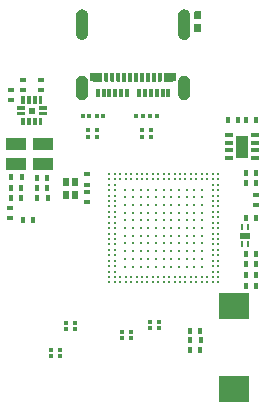
<source format=gtp>
G04*
G04 #@! TF.GenerationSoftware,Altium Limited,Altium Designer,21.2.1 (34)*
G04*
G04 Layer_Color=8421504*
%FSLAX25Y25*%
%MOIN*%
G70*
G04*
G04 #@! TF.SameCoordinates,309C0993-0839-4B3B-9E80-2D82E5661E4B*
G04*
G04*
G04 #@! TF.FilePolarity,Positive*
G04*
G01*
G75*
%ADD20R,0.01181X0.03150*%
%ADD21R,0.03937X0.02756*%
%ADD22R,0.01181X0.02756*%
%ADD23R,0.01968X0.01772*%
%ADD24R,0.01772X0.01968*%
%ADD25R,0.06693X0.03937*%
%ADD26C,0.00787*%
%ADD27R,0.02362X0.02874*%
%ADD28R,0.01575X0.01181*%
%ADD29R,0.01181X0.01575*%
%ADD30R,0.02559X0.01772*%
%ADD31R,0.04331X0.07480*%
%ADD32R,0.03386X0.01969*%
%ADD33R,0.01102X0.02303*%
%ADD34R,0.02126X0.02506*%
%ADD35R,0.10205X0.08691*%
G36*
X123163Y166534D02*
Y164256D01*
X123005Y164099D01*
X121195D01*
X121037Y164256D01*
Y166534D01*
X121195Y166691D01*
X123005D01*
X123163Y166534D01*
D02*
G37*
G36*
Y162382D02*
Y160105D01*
X123005Y159947D01*
X121195D01*
X121037Y160105D01*
Y162382D01*
X121195Y162540D01*
X123005D01*
X123163Y162382D01*
D02*
G37*
G36*
X117767Y167379D02*
X117864Y167369D01*
X117961Y167355D01*
X118058Y167335D01*
X118153Y167311D01*
X118246Y167282D01*
X118339Y167249D01*
X118429Y167211D01*
X118518Y167168D01*
X118604Y167121D01*
X118688Y167070D01*
X118769Y167015D01*
X118847Y166955D01*
X118922Y166892D01*
X118994Y166825D01*
X119063Y166755D01*
X119128Y166682D01*
X119189Y166605D01*
X119246Y166525D01*
X119299Y166443D01*
X119348Y166358D01*
X119393Y166270D01*
X119433Y166181D01*
X119469Y166090D01*
X119501Y165997D01*
X119527Y165902D01*
X119549Y165806D01*
X119566Y165710D01*
X119578Y165612D01*
X119586Y165514D01*
X119588Y165416D01*
Y159117D01*
X119586Y159019D01*
X119578Y158921D01*
X119566Y158824D01*
X119549Y158727D01*
X119527Y158631D01*
X119501Y158537D01*
X119469Y158444D01*
X119433Y158352D01*
X119393Y158263D01*
X119348Y158176D01*
X119299Y158091D01*
X119246Y158008D01*
X119189Y157929D01*
X119128Y157852D01*
X119063Y157778D01*
X118994Y157708D01*
X118922Y157641D01*
X118847Y157578D01*
X118769Y157519D01*
X118688Y157464D01*
X118604Y157412D01*
X118518Y157365D01*
X118429Y157323D01*
X118339Y157285D01*
X118246Y157251D01*
X118153Y157222D01*
X118058Y157198D01*
X117961Y157178D01*
X117864Y157164D01*
X117767Y157154D01*
X117669Y157149D01*
X117570D01*
X117473Y157154D01*
X117375Y157164D01*
X117278Y157178D01*
X117182Y157198D01*
X117087Y157222D01*
X116993Y157251D01*
X116900Y157285D01*
X116810Y157323D01*
X116721Y157365D01*
X116635Y157412D01*
X116552Y157464D01*
X116471Y157519D01*
X116392Y157578D01*
X116317Y157641D01*
X116245Y157708D01*
X116177Y157778D01*
X116112Y157852D01*
X116050Y157929D01*
X115993Y158008D01*
X115940Y158091D01*
X115891Y158176D01*
X115846Y158263D01*
X115806Y158352D01*
X115770Y158444D01*
X115739Y158537D01*
X115712Y158631D01*
X115690Y158727D01*
X115673Y158824D01*
X115661Y158921D01*
X115654Y159019D01*
X115651Y159117D01*
Y165416D01*
X115654Y165514D01*
X115661Y165612D01*
X115673Y165710D01*
X115690Y165806D01*
X115712Y165902D01*
X115739Y165997D01*
X115770Y166090D01*
X115806Y166181D01*
X115846Y166270D01*
X115891Y166358D01*
X115940Y166443D01*
X115993Y166525D01*
X116050Y166605D01*
X116112Y166682D01*
X116177Y166755D01*
X116245Y166825D01*
X116317Y166892D01*
X116392Y166955D01*
X116471Y167015D01*
X116552Y167070D01*
X116635Y167121D01*
X116721Y167168D01*
X116810Y167211D01*
X116900Y167249D01*
X116993Y167282D01*
X117087Y167311D01*
X117182Y167335D01*
X117278Y167355D01*
X117375Y167369D01*
X117473Y167379D01*
X117570Y167384D01*
X117669D01*
X117767Y167379D01*
D02*
G37*
G36*
X83751D02*
X83848Y167369D01*
X83945Y167355D01*
X84042Y167335D01*
X84137Y167311D01*
X84231Y167282D01*
X84323Y167249D01*
X84413Y167211D01*
X84502Y167168D01*
X84588Y167121D01*
X84672Y167070D01*
X84753Y167015D01*
X84831Y166955D01*
X84906Y166892D01*
X84978Y166825D01*
X85047Y166755D01*
X85112Y166682D01*
X85173Y166605D01*
X85230Y166525D01*
X85283Y166443D01*
X85332Y166358D01*
X85377Y166270D01*
X85417Y166181D01*
X85453Y166090D01*
X85485Y165997D01*
X85511Y165902D01*
X85533Y165806D01*
X85550Y165710D01*
X85562Y165612D01*
X85570Y165514D01*
X85572Y165416D01*
Y159117D01*
X85570Y159019D01*
X85562Y158921D01*
X85550Y158824D01*
X85533Y158727D01*
X85511Y158631D01*
X85485Y158537D01*
X85453Y158444D01*
X85417Y158352D01*
X85377Y158263D01*
X85332Y158176D01*
X85283Y158091D01*
X85230Y158008D01*
X85173Y157929D01*
X85112Y157852D01*
X85047Y157778D01*
X84978Y157708D01*
X84906Y157641D01*
X84831Y157578D01*
X84753Y157519D01*
X84672Y157464D01*
X84588Y157412D01*
X84502Y157365D01*
X84413Y157323D01*
X84323Y157285D01*
X84231Y157251D01*
X84137Y157222D01*
X84042Y157198D01*
X83945Y157178D01*
X83848Y157164D01*
X83751Y157154D01*
X83653Y157149D01*
X83555D01*
X83456Y157154D01*
X83359Y157164D01*
X83262Y157178D01*
X83166Y157198D01*
X83070Y157222D01*
X82977Y157251D01*
X82884Y157285D01*
X82794Y157323D01*
X82705Y157365D01*
X82619Y157412D01*
X82536Y157464D01*
X82455Y157519D01*
X82376Y157578D01*
X82301Y157641D01*
X82229Y157708D01*
X82161Y157778D01*
X82096Y157852D01*
X82034Y157929D01*
X81977Y158008D01*
X81924Y158091D01*
X81875Y158176D01*
X81830Y158263D01*
X81790Y158352D01*
X81754Y158444D01*
X81723Y158537D01*
X81696Y158631D01*
X81674Y158727D01*
X81657Y158824D01*
X81645Y158921D01*
X81638Y159019D01*
X81635Y159117D01*
Y165416D01*
X81638Y165514D01*
X81645Y165612D01*
X81657Y165710D01*
X81674Y165806D01*
X81696Y165902D01*
X81723Y165997D01*
X81754Y166090D01*
X81790Y166181D01*
X81830Y166270D01*
X81875Y166358D01*
X81924Y166443D01*
X81977Y166525D01*
X82034Y166605D01*
X82096Y166682D01*
X82161Y166755D01*
X82229Y166825D01*
X82301Y166892D01*
X82376Y166955D01*
X82455Y167015D01*
X82536Y167070D01*
X82619Y167121D01*
X82705Y167168D01*
X82794Y167211D01*
X82884Y167249D01*
X82977Y167282D01*
X83070Y167311D01*
X83166Y167335D01*
X83262Y167355D01*
X83359Y167369D01*
X83456Y167379D01*
X83555Y167384D01*
X83653D01*
X83751Y167379D01*
D02*
G37*
G36*
X110060Y143291D02*
X108879D01*
Y146047D01*
X110060D01*
Y143291D01*
D02*
G37*
G36*
X108092D02*
X106911D01*
Y146047D01*
X108092D01*
Y143291D01*
D02*
G37*
G36*
X106123D02*
X104942D01*
Y146047D01*
X106123D01*
Y143291D01*
D02*
G37*
G36*
X104155D02*
X102973D01*
Y146047D01*
X104155D01*
Y143291D01*
D02*
G37*
G36*
X102186D02*
X101005D01*
Y146047D01*
X102186D01*
Y143291D01*
D02*
G37*
G36*
X100218D02*
X99037D01*
Y146047D01*
X100218D01*
Y143291D01*
D02*
G37*
G36*
X98249D02*
X97068D01*
Y146047D01*
X98249D01*
Y143291D01*
D02*
G37*
G36*
X96281D02*
X95100D01*
Y146047D01*
X96281D01*
Y143291D01*
D02*
G37*
G36*
X94312D02*
X93131D01*
Y146047D01*
X94312D01*
Y143291D01*
D02*
G37*
G36*
X92344D02*
X91163D01*
Y146047D01*
X92344D01*
Y143291D01*
D02*
G37*
G36*
X90375D02*
X87226D01*
Y146047D01*
X90375D01*
X90375Y143291D01*
D02*
G37*
G36*
X113997Y143291D02*
X110848D01*
Y146046D01*
X113997D01*
Y143291D01*
D02*
G37*
G36*
X107091Y138173D02*
X105910D01*
Y140928D01*
X107091D01*
Y138173D01*
D02*
G37*
G36*
X105123D02*
X103942D01*
Y140928D01*
X105123D01*
Y138173D01*
D02*
G37*
G36*
X99217D02*
X98036D01*
Y140928D01*
X99217D01*
Y138173D01*
D02*
G37*
G36*
X89391D02*
X88210D01*
Y140928D01*
X89391D01*
Y138173D01*
D02*
G37*
G36*
X97265Y138172D02*
X96084D01*
Y140928D01*
X97265D01*
Y138172D01*
D02*
G37*
G36*
X95296D02*
X94115D01*
Y140928D01*
X95296D01*
Y138172D01*
D02*
G37*
G36*
X93328D02*
X92147D01*
Y140928D01*
X93328D01*
Y138172D01*
D02*
G37*
G36*
X91359D02*
X90178D01*
Y140928D01*
X91359D01*
Y138172D01*
D02*
G37*
G36*
X113005Y138172D02*
X111824D01*
Y140928D01*
X113005D01*
Y138172D01*
D02*
G37*
G36*
X111036D02*
X109855D01*
Y140928D01*
X111036D01*
Y138172D01*
D02*
G37*
G36*
X109068D02*
X107887D01*
Y140928D01*
X109068D01*
Y138172D01*
D02*
G37*
G36*
X103170D02*
X101989D01*
Y140928D01*
X103170D01*
Y138172D01*
D02*
G37*
G36*
X117767Y145293D02*
X117864Y145283D01*
X117961Y145269D01*
X118058Y145249D01*
X118153Y145225D01*
X118246Y145196D01*
X118339Y145162D01*
X118429Y145124D01*
X118518Y145082D01*
X118604Y145035D01*
X118688Y144984D01*
X118769Y144928D01*
X118847Y144869D01*
X118922Y144806D01*
X118994Y144739D01*
X119063Y144669D01*
X119128Y144595D01*
X119189Y144519D01*
X119246Y144439D01*
X119299Y144357D01*
X119348Y144272D01*
X119393Y144184D01*
X119433Y144095D01*
X119469Y144003D01*
X119501Y143910D01*
X119527Y143816D01*
X119549Y143720D01*
X119566Y143623D01*
X119578Y143526D01*
X119586Y143428D01*
X119588Y143330D01*
Y138999D01*
X119586Y138901D01*
X119578Y138803D01*
X119566Y138706D01*
X119549Y138609D01*
X119527Y138514D01*
X119501Y138419D01*
X119469Y138326D01*
X119433Y138235D01*
X119393Y138145D01*
X119348Y138058D01*
X119299Y137973D01*
X119246Y137890D01*
X119189Y137811D01*
X119128Y137734D01*
X119063Y137660D01*
X118994Y137590D01*
X118922Y137523D01*
X118847Y137460D01*
X118769Y137401D01*
X118688Y137346D01*
X118604Y137294D01*
X118518Y137248D01*
X118429Y137205D01*
X118339Y137167D01*
X118246Y137133D01*
X118153Y137104D01*
X118058Y137080D01*
X117961Y137061D01*
X117864Y137046D01*
X117767Y137036D01*
X117669Y137031D01*
X117570D01*
X117473Y137036D01*
X117375Y137046D01*
X117278Y137061D01*
X117182Y137080D01*
X117087Y137104D01*
X116993Y137133D01*
X116900Y137167D01*
X116810Y137205D01*
X116721Y137248D01*
X116635Y137294D01*
X116552Y137346D01*
X116471Y137401D01*
X116392Y137460D01*
X116317Y137523D01*
X116245Y137590D01*
X116177Y137660D01*
X116112Y137734D01*
X116050Y137811D01*
X115993Y137890D01*
X115940Y137973D01*
X115891Y138058D01*
X115846Y138145D01*
X115806Y138235D01*
X115770Y138326D01*
X115739Y138419D01*
X115712Y138514D01*
X115690Y138609D01*
X115673Y138706D01*
X115661Y138803D01*
X115654Y138901D01*
X115651Y138999D01*
Y143330D01*
X115654Y143428D01*
X115661Y143526D01*
X115673Y143623D01*
X115690Y143720D01*
X115712Y143816D01*
X115739Y143910D01*
X115770Y144003D01*
X115806Y144095D01*
X115846Y144184D01*
X115891Y144272D01*
X115940Y144357D01*
X115993Y144439D01*
X116050Y144519D01*
X116112Y144595D01*
X116177Y144669D01*
X116245Y144739D01*
X116317Y144806D01*
X116392Y144869D01*
X116471Y144928D01*
X116552Y144984D01*
X116635Y145035D01*
X116721Y145082D01*
X116810Y145124D01*
X116900Y145162D01*
X116993Y145196D01*
X117087Y145225D01*
X117182Y145249D01*
X117278Y145269D01*
X117375Y145283D01*
X117473Y145293D01*
X117570Y145298D01*
X117669D01*
X117767Y145293D01*
D02*
G37*
G36*
X83751D02*
X83848Y145283D01*
X83945Y145269D01*
X84042Y145249D01*
X84137Y145225D01*
X84231Y145196D01*
X84323Y145162D01*
X84413Y145124D01*
X84502Y145082D01*
X84588Y145035D01*
X84672Y144984D01*
X84753Y144928D01*
X84831Y144869D01*
X84906Y144806D01*
X84978Y144739D01*
X85047Y144669D01*
X85112Y144595D01*
X85173Y144519D01*
X85230Y144439D01*
X85283Y144357D01*
X85332Y144272D01*
X85377Y144184D01*
X85417Y144095D01*
X85453Y144003D01*
X85485Y143910D01*
X85511Y143816D01*
X85533Y143720D01*
X85550Y143623D01*
X85562Y143526D01*
X85570Y143428D01*
X85572Y143330D01*
Y138999D01*
X85570Y138901D01*
X85562Y138803D01*
X85550Y138706D01*
X85533Y138609D01*
X85511Y138514D01*
X85485Y138419D01*
X85453Y138326D01*
X85417Y138235D01*
X85377Y138145D01*
X85332Y138058D01*
X85283Y137973D01*
X85230Y137890D01*
X85173Y137811D01*
X85112Y137734D01*
X85047Y137660D01*
X84978Y137590D01*
X84906Y137523D01*
X84831Y137460D01*
X84753Y137401D01*
X84672Y137346D01*
X84588Y137294D01*
X84502Y137248D01*
X84413Y137205D01*
X84323Y137167D01*
X84231Y137133D01*
X84137Y137104D01*
X84042Y137080D01*
X83945Y137061D01*
X83848Y137046D01*
X83751Y137036D01*
X83653Y137031D01*
X83555D01*
X83456Y137036D01*
X83359Y137046D01*
X83262Y137061D01*
X83166Y137080D01*
X83070Y137104D01*
X82977Y137133D01*
X82884Y137167D01*
X82794Y137205D01*
X82705Y137248D01*
X82619Y137294D01*
X82536Y137346D01*
X82455Y137401D01*
X82376Y137460D01*
X82301Y137523D01*
X82229Y137590D01*
X82161Y137660D01*
X82096Y137734D01*
X82034Y137811D01*
X81977Y137890D01*
X81924Y137973D01*
X81875Y138058D01*
X81830Y138145D01*
X81790Y138235D01*
X81754Y138326D01*
X81723Y138419D01*
X81696Y138514D01*
X81674Y138609D01*
X81657Y138706D01*
X81645Y138803D01*
X81638Y138901D01*
X81635Y138999D01*
Y143330D01*
X81638Y143428D01*
X81645Y143526D01*
X81657Y143623D01*
X81674Y143720D01*
X81696Y143816D01*
X81723Y143910D01*
X81754Y144003D01*
X81790Y144095D01*
X81830Y144184D01*
X81875Y144272D01*
X81924Y144357D01*
X81977Y144439D01*
X82034Y144519D01*
X82096Y144595D01*
X82161Y144669D01*
X82229Y144739D01*
X82301Y144806D01*
X82376Y144869D01*
X82455Y144928D01*
X82536Y144984D01*
X82619Y145035D01*
X82705Y145082D01*
X82794Y145124D01*
X82884Y145162D01*
X82977Y145196D01*
X83070Y145225D01*
X83166Y145249D01*
X83262Y145269D01*
X83359Y145283D01*
X83456Y145293D01*
X83555Y145298D01*
X83653D01*
X83751Y145293D01*
D02*
G37*
G36*
X70418Y135805D02*
X69316D01*
Y138423D01*
X70418D01*
Y135805D01*
D02*
G37*
G36*
X68450D02*
X67348D01*
Y138423D01*
X68450D01*
Y135805D01*
D02*
G37*
G36*
X66481D02*
X65379D01*
Y138423D01*
X66481D01*
Y135805D01*
D02*
G37*
G36*
X64513D02*
X63411D01*
Y138423D01*
X64513D01*
Y135805D01*
D02*
G37*
G36*
X71796Y133974D02*
X69178D01*
Y135077D01*
X71796D01*
Y133974D01*
D02*
G37*
G36*
X64650D02*
X62032D01*
Y135077D01*
X64650D01*
Y133974D01*
D02*
G37*
G36*
X67899Y132558D02*
X65930D01*
Y134526D01*
X67899D01*
Y132558D01*
D02*
G37*
G36*
X71796Y132006D02*
X69178D01*
Y133108D01*
X71796D01*
Y132006D01*
D02*
G37*
G36*
X64650D02*
X62032D01*
Y133108D01*
X64650D01*
Y132006D01*
D02*
G37*
G36*
X70418Y128659D02*
X69316D01*
Y131277D01*
X70418D01*
Y128659D01*
D02*
G37*
G36*
X68450D02*
X67348D01*
Y131277D01*
X68450D01*
Y128659D01*
D02*
G37*
G36*
X66481D02*
X65379D01*
Y131277D01*
X66481D01*
Y128659D01*
D02*
G37*
G36*
X64513D02*
X63411D01*
Y131277D01*
X64513D01*
Y128659D01*
D02*
G37*
D20*
X112423Y139354D02*
D03*
X106517D02*
D03*
X104549D02*
D03*
X102580D02*
D03*
X98643D02*
D03*
X96675D02*
D03*
X94706D02*
D03*
X88801D02*
D03*
X110454D02*
D03*
X108486D02*
D03*
X90769D02*
D03*
X92738D02*
D03*
D21*
X112817Y144669D02*
D03*
X88406Y144669D02*
D03*
D22*
X105532D02*
D03*
X103565D02*
D03*
X101595D02*
D03*
X99628D02*
D03*
X97658D02*
D03*
X95691D02*
D03*
X91754D02*
D03*
X93721D02*
D03*
X109469D02*
D03*
X107502D02*
D03*
D23*
X59964Y137116D02*
D03*
Y140462D02*
D03*
X63914Y140568D02*
D03*
X63914Y143914D02*
D03*
X70014D02*
D03*
X70014Y140568D02*
D03*
X59714Y97941D02*
D03*
Y101288D02*
D03*
X85309Y103102D02*
D03*
X85309Y106449D02*
D03*
X85309Y112322D02*
D03*
X85309Y108976D02*
D03*
X141697Y102297D02*
D03*
Y105644D02*
D03*
D24*
X63428Y111341D02*
D03*
X60082Y111341D02*
D03*
X68741Y111241D02*
D03*
X72088Y111241D02*
D03*
X68745Y104461D02*
D03*
X72091Y104461D02*
D03*
X60064Y107702D02*
D03*
X63410Y107702D02*
D03*
X72088Y107841D02*
D03*
X68741D02*
D03*
X60062Y104349D02*
D03*
X63408D02*
D03*
X63764Y97089D02*
D03*
X67110D02*
D03*
X141610Y109635D02*
D03*
X138263D02*
D03*
X141621Y112979D02*
D03*
X138275Y112979D02*
D03*
X132381Y130359D02*
D03*
X135728Y130359D02*
D03*
X138249Y130381D02*
D03*
X141596Y130381D02*
D03*
X138382Y97922D02*
D03*
X141729Y97922D02*
D03*
X141732Y78764D02*
D03*
X138385Y78764D02*
D03*
X141705Y85893D02*
D03*
X138358Y85893D02*
D03*
X138370Y82325D02*
D03*
X141717Y82325D02*
D03*
X141740Y75157D02*
D03*
X138393Y75157D02*
D03*
X119747Y57007D02*
D03*
X123093D02*
D03*
X119731Y60147D02*
D03*
X123077D02*
D03*
X119736Y53880D02*
D03*
X123083D02*
D03*
D25*
X61714Y122513D02*
D03*
Y115820D02*
D03*
X70514Y122513D02*
D03*
Y115820D02*
D03*
D26*
X98042Y107240D02*
D03*
X123632D02*
D03*
Y102122D02*
D03*
Y99563D02*
D03*
Y89327D02*
D03*
Y86768D02*
D03*
Y81650D02*
D03*
X121073Y107240D02*
D03*
Y102122D02*
D03*
Y99563D02*
D03*
Y89327D02*
D03*
Y86768D02*
D03*
Y81650D02*
D03*
X118514Y107240D02*
D03*
Y102122D02*
D03*
Y99563D02*
D03*
Y89327D02*
D03*
Y86768D02*
D03*
Y81650D02*
D03*
X115955Y107240D02*
D03*
Y102122D02*
D03*
Y99563D02*
D03*
Y89327D02*
D03*
Y86768D02*
D03*
Y81650D02*
D03*
X113396Y107240D02*
D03*
Y102122D02*
D03*
Y99563D02*
D03*
Y89327D02*
D03*
Y86768D02*
D03*
Y81650D02*
D03*
X110837Y107240D02*
D03*
Y102122D02*
D03*
Y99563D02*
D03*
Y89327D02*
D03*
Y86768D02*
D03*
Y81650D02*
D03*
X108278Y107240D02*
D03*
Y102122D02*
D03*
Y99563D02*
D03*
Y89327D02*
D03*
Y86768D02*
D03*
Y81650D02*
D03*
X105719Y107240D02*
D03*
Y102122D02*
D03*
Y99563D02*
D03*
Y89327D02*
D03*
Y86768D02*
D03*
Y81650D02*
D03*
X103160Y107240D02*
D03*
Y102122D02*
D03*
Y99563D02*
D03*
Y89327D02*
D03*
Y86768D02*
D03*
Y81650D02*
D03*
X100601Y107240D02*
D03*
Y102122D02*
D03*
Y99563D02*
D03*
Y89327D02*
D03*
Y86768D02*
D03*
Y81650D02*
D03*
X98042Y102122D02*
D03*
Y99563D02*
D03*
Y89327D02*
D03*
Y86768D02*
D03*
Y81650D02*
D03*
X123632Y84209D02*
D03*
X121073D02*
D03*
X118514D02*
D03*
X115955D02*
D03*
X113396D02*
D03*
X110837D02*
D03*
X108278D02*
D03*
X105719D02*
D03*
X103160D02*
D03*
X100601D02*
D03*
X98042D02*
D03*
X123632Y91886D02*
D03*
X121073D02*
D03*
X118514D02*
D03*
X115955D02*
D03*
X113396D02*
D03*
X110837D02*
D03*
X108278D02*
D03*
X105719D02*
D03*
X103160D02*
D03*
X100601D02*
D03*
X98042D02*
D03*
X123632Y94445D02*
D03*
X121073D02*
D03*
X118514D02*
D03*
X115955D02*
D03*
X113396D02*
D03*
X110837D02*
D03*
X108278D02*
D03*
X105719D02*
D03*
X103160D02*
D03*
X100601D02*
D03*
X98042D02*
D03*
X123632Y97004D02*
D03*
X121073D02*
D03*
X118514D02*
D03*
X115955D02*
D03*
X113396D02*
D03*
X110837D02*
D03*
X108278D02*
D03*
X105719D02*
D03*
X103160D02*
D03*
X100601D02*
D03*
X98042D02*
D03*
X123632Y104682D02*
D03*
X121073D02*
D03*
X118514D02*
D03*
X115955D02*
D03*
X113396D02*
D03*
X110837D02*
D03*
X108278D02*
D03*
X105719D02*
D03*
X103160D02*
D03*
X100601D02*
D03*
X98042D02*
D03*
X128947Y112556D02*
D03*
Y110745D02*
D03*
Y108933D02*
D03*
Y107122D02*
D03*
Y105311D02*
D03*
Y103500D02*
D03*
Y101689D02*
D03*
Y99878D02*
D03*
Y98067D02*
D03*
Y96256D02*
D03*
Y94445D02*
D03*
Y92634D02*
D03*
Y90823D02*
D03*
Y89012D02*
D03*
Y87201D02*
D03*
Y85390D02*
D03*
Y83579D02*
D03*
Y81768D02*
D03*
Y79957D02*
D03*
Y78146D02*
D03*
Y76335D02*
D03*
X127136Y112556D02*
D03*
Y110745D02*
D03*
Y108933D02*
D03*
Y107122D02*
D03*
Y105311D02*
D03*
Y103500D02*
D03*
Y101689D02*
D03*
Y99878D02*
D03*
Y98067D02*
D03*
Y96256D02*
D03*
Y94445D02*
D03*
Y92634D02*
D03*
Y90823D02*
D03*
Y89012D02*
D03*
Y87201D02*
D03*
Y85390D02*
D03*
Y83579D02*
D03*
Y81768D02*
D03*
Y79957D02*
D03*
Y78146D02*
D03*
Y76335D02*
D03*
X125325Y112556D02*
D03*
Y110745D02*
D03*
Y78146D02*
D03*
Y76335D02*
D03*
X123514Y112556D02*
D03*
Y110745D02*
D03*
Y78146D02*
D03*
Y76335D02*
D03*
X121703Y112556D02*
D03*
Y110745D02*
D03*
Y78146D02*
D03*
Y76335D02*
D03*
X119892Y112556D02*
D03*
Y110745D02*
D03*
Y78146D02*
D03*
Y76335D02*
D03*
X118081Y112556D02*
D03*
Y110745D02*
D03*
Y78146D02*
D03*
Y76335D02*
D03*
X116270Y112556D02*
D03*
Y110745D02*
D03*
Y78146D02*
D03*
Y76335D02*
D03*
X114459Y112556D02*
D03*
Y110745D02*
D03*
Y78146D02*
D03*
Y76335D02*
D03*
X112648Y112556D02*
D03*
Y110745D02*
D03*
Y78146D02*
D03*
Y76335D02*
D03*
X110837Y112556D02*
D03*
Y110745D02*
D03*
Y78146D02*
D03*
Y76335D02*
D03*
X109026Y112556D02*
D03*
Y110745D02*
D03*
Y78146D02*
D03*
Y76335D02*
D03*
X107215Y112556D02*
D03*
Y110745D02*
D03*
X105404Y78146D02*
D03*
Y76335D02*
D03*
X103593Y112556D02*
D03*
Y110745D02*
D03*
X101782Y78146D02*
D03*
Y76335D02*
D03*
X99971Y112556D02*
D03*
Y110745D02*
D03*
X98160Y78146D02*
D03*
Y76335D02*
D03*
X96349Y112556D02*
D03*
Y110745D02*
D03*
X94538Y108933D02*
D03*
Y107122D02*
D03*
Y105311D02*
D03*
Y103500D02*
D03*
Y101689D02*
D03*
Y98067D02*
D03*
Y96256D02*
D03*
Y94445D02*
D03*
Y92634D02*
D03*
Y89012D02*
D03*
Y85390D02*
D03*
Y81768D02*
D03*
Y78146D02*
D03*
Y76335D02*
D03*
X92727Y112556D02*
D03*
Y110745D02*
D03*
Y108933D02*
D03*
Y107122D02*
D03*
Y105311D02*
D03*
Y103500D02*
D03*
Y101689D02*
D03*
Y98067D02*
D03*
Y96256D02*
D03*
Y94445D02*
D03*
Y92634D02*
D03*
Y89012D02*
D03*
Y85390D02*
D03*
Y81768D02*
D03*
Y78146D02*
D03*
Y76335D02*
D03*
X98160Y110745D02*
D03*
X101782Y112556D02*
D03*
X98160D02*
D03*
X101782Y110745D02*
D03*
X94538D02*
D03*
X105404Y112556D02*
D03*
X94538D02*
D03*
X105404Y110745D02*
D03*
X99971Y78146D02*
D03*
X103593D02*
D03*
X99971Y76335D02*
D03*
X103593D02*
D03*
X92727Y99878D02*
D03*
X94538D02*
D03*
Y87201D02*
D03*
Y83579D02*
D03*
X92727Y87201D02*
D03*
Y83579D02*
D03*
Y90823D02*
D03*
X94538Y79957D02*
D03*
X96349Y76335D02*
D03*
X107215D02*
D03*
X94538Y90823D02*
D03*
X92727Y79957D02*
D03*
X96349Y78146D02*
D03*
X107215D02*
D03*
D27*
X78242Y105574D02*
D03*
Y109905D02*
D03*
X81391D02*
D03*
Y105574D02*
D03*
D28*
X85729Y127041D02*
D03*
Y124876D02*
D03*
X88729D02*
D03*
Y127041D02*
D03*
X103665D02*
D03*
Y124876D02*
D03*
X106665D02*
D03*
Y127041D02*
D03*
X109100Y61000D02*
D03*
Y63165D02*
D03*
X106100D02*
D03*
Y61000D02*
D03*
X99963Y57709D02*
D03*
Y59873D02*
D03*
X96963D02*
D03*
Y57709D02*
D03*
X78365Y60660D02*
D03*
Y62824D02*
D03*
X81365D02*
D03*
Y60660D02*
D03*
X76350Y51795D02*
D03*
Y53959D02*
D03*
X73350D02*
D03*
Y51795D02*
D03*
D29*
X85976Y131864D02*
D03*
X83811D02*
D03*
X88494D02*
D03*
X90658D02*
D03*
X103865D02*
D03*
X101700D02*
D03*
X106400D02*
D03*
X108564D02*
D03*
D30*
X132484Y125475D02*
D03*
Y122916D02*
D03*
Y120357D02*
D03*
Y117798D02*
D03*
X141343Y122916D02*
D03*
Y125475D02*
D03*
Y117798D02*
D03*
Y120357D02*
D03*
D31*
X136914Y121636D02*
D03*
D32*
X138000Y91900D02*
D03*
D33*
X138984Y89075D02*
D03*
X137016D02*
D03*
Y94725D02*
D03*
X138984D02*
D03*
D34*
X122100Y165438D02*
D03*
Y161200D02*
D03*
D35*
X134400Y40776D02*
D03*
Y68424D02*
D03*
M02*

</source>
